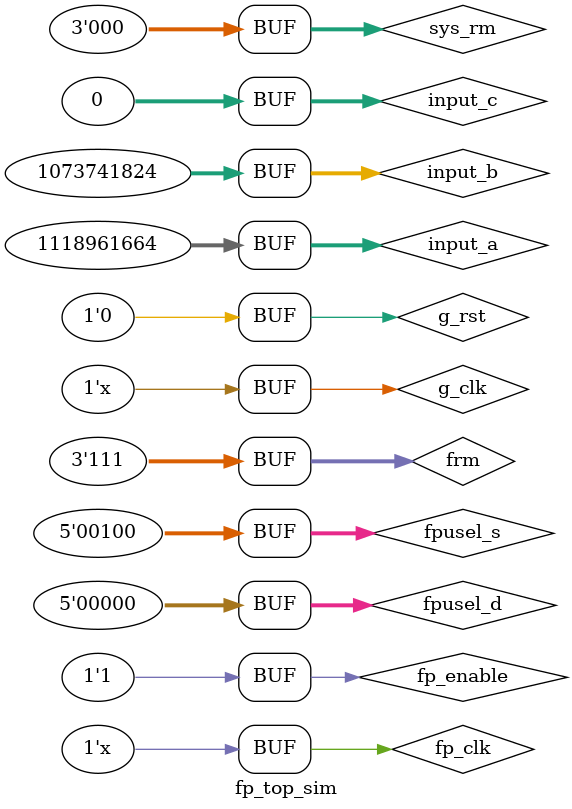
<source format=sv>
`timescale 1ns / 1ps


module fp_top_sim();
  logic [31:0] input_a;
  logic [31:0] input_b;
  logic [31:0] input_c;
  logic [2:0]   sys_rm,frm;
  logic [4:0]  fpusel_s,fpusel_d;
  logic fp_enable,g_clk,fp_clk,g_rst; //global clock, floating point logic unit clock, global reset 
  logic [31:0] res;    
  logic stall;     //flag for stall the pipeline

  FPU   a1(input_a,input_b,input_c,frm,sys_rm,fpusel_s,fpusel_d,fp_enable,g_clk,fp_clk,g_rst,res,stall);
   
    always begin
        #5 g_clk = !g_clk;  
        #5 fp_clk = !fp_clk;
      end
		
    initial begin
            fp_enable = 1;
            frm = 3'b111;
            sys_rm = 3'b000;
            g_clk = 0;
            fp_clk = 0;
            g_rst = 1;
            
            #15;

            fpusel_s <= 0;
            fpusel_d <= 0;
            //Addition Testing
            //2 + 1.5
            input_a = 32'h40000000;
            input_b = 32'h3fc00000;
	    input_c = 32'h00000000;
            sys_rm = 3'b000;
	    #50
	    g_rst = 0;
            
            
            
            #500;
            
            //7.46 + 1.5
            input_a = 32'h40eeb852;
            input_b = 32'h3fc00000;
            #500;
            
            //2 + 3.25
            input_a = 32'h40000000;
            input_b = 32'h40500000;
            #500;
            
            //Modified adder for subtraction
            fpusel_s <= 1;
            //2 - 1.5
            input_a = 32'h40000000;
            input_b = 32'h3fc00000;
            #500;
            
            //7.46 - 1.5
            input_a = 32'h40eeb852;
            input_b = 32'h3fc00000;
            #500;
            
            //2 - 3.25
            input_a = 32'h40000000;
            input_b = 32'h40500000;
            #500;
            fpusel_s <= 2;
            // 2.2*4.4
            input_a = 32'h408ccccd;
            //set input b
            input_b = 32'h400ccccd;
            
            //wait
            #500;    
                                  
            //3.5*-3
            //set input a
            input_a = 32'h40600000;
            //set input b
            input_b = 32'hc0000000;
      
            //wait
            #250;
            fpusel_s <= 8;
            #500;
            //set input a
            input_a = 32'h408ccccd;
            //set input b
            input_b = 32'h400ccccd;
            //set both stable
            #500;
            
            input_b = 32'h40000000;
            input_a = 32'h40a9999a;
            
            #500;
            
            input_a = 32'h40000000;
            input_b = 32'h40a9999a;
            
            #500;
            
            input_a = 32'h40000000;
            input_b = 32'h40200000;
            #500;
                        
            input_a = 32'h40000000;
            input_b = 32'h40000000;
            #500;
            
            input_a = 32'h42b20000;
            input_b = 32'h40000000;
            fpusel_s <= 4;
            #500;
      end
   
   
endmodule
</source>
